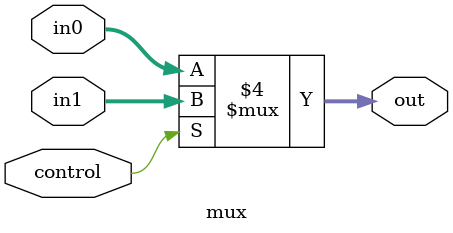
<source format=v>
module mux (
    input wire [31:0] in0,      // 32-bit input 0
    input wire [31:0] in1,      // 32-bit input 1
    input wire control,         // Single-bit selector
    output reg [31:0] out       // 32-bit output
);

    always @(*) begin
        if (control == 1'b0)
            out = in0;
        else
            out = in1;
    end

endmodule

</source>
